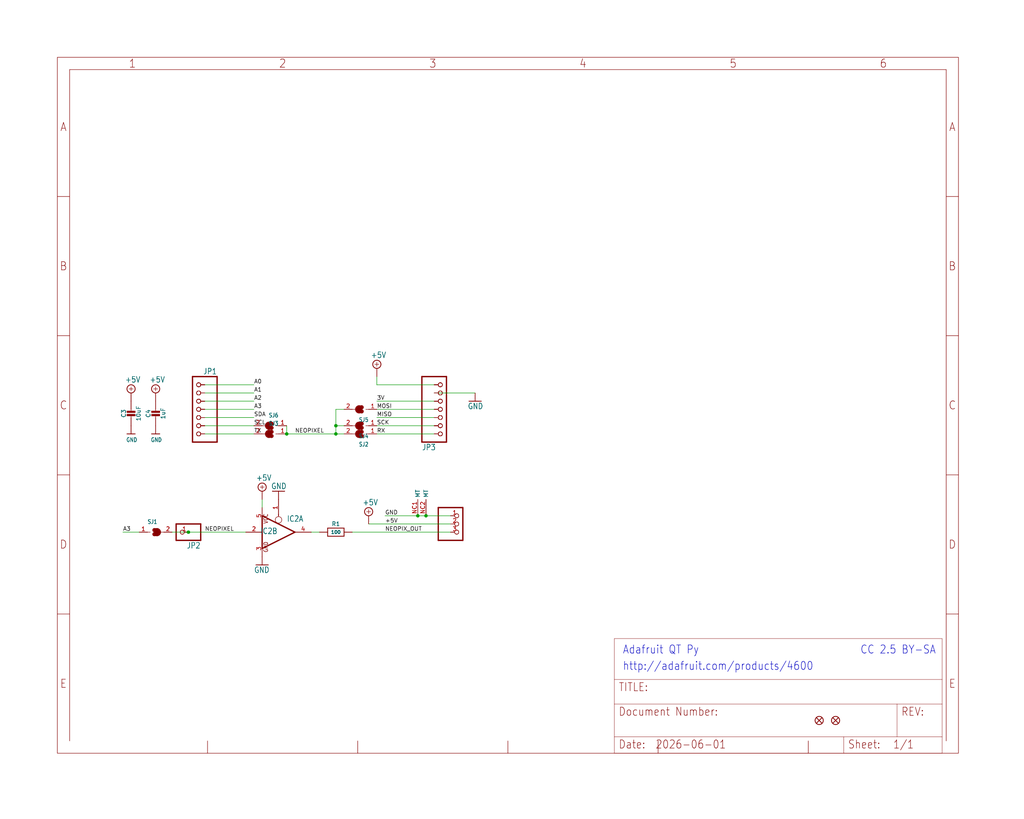
<source format=kicad_sch>
(kicad_sch (version 20230121) (generator eeschema)
  (paper "User" 317.5 254.127)
  (lib_symbols
    (symbol "working-eagle-import:+5V" (power)
      (property "Value" "+5V" (at -1.905 3.175 0))
      (symbol "+5V_1_0"
        (polyline (pts (xy -0.635 1.27) (xy 0.635 1.27)) (stroke (width 0.1524)))
        (polyline (pts (xy 0 0.635) (xy 0 1.905)) (stroke (width 0.1524)))
        (circle (center 0 1.27) (radius 1.27) (stroke (width 0.254)))
        (pin power_in line (at 0 -2.54 90) (length 2.54) (name "+5V") (number "1"))
      )
    )
    (symbol "working-eagle-import:741G125DBV"
      (property "Reference" "IC" (at -0.635 -0.635 0))
      (symbol "741G125DBV_1_0"
        (polyline (pts (xy -5.08 -5.08) (xy -5.08 5.08)) (stroke (width 0.4064)))
        (polyline (pts (xy 0 4.826) (xy 0 5.588)) (stroke (width 0.1524)))
        (polyline (pts (xy 5.08 0) (xy -5.08 -5.08)) (stroke (width 0.4064)))
        (polyline (pts (xy 5.08 0) (xy -5.08 5.08)) (stroke (width 0.4064)))
        (circle (center 0 3.81) (radius 1.016) (stroke (width 0.1524)))
        (pin input line (at 0 10.16 270) (length 5.08) (name "OE") (number "1"))
        (pin input line (at -10.16 0 0) (length 5.08) (name "I") (number "2"))
        (pin tri_state line (at 10.16 0 180) (length 5.08) (name "O") (number "4"))
      )
      (symbol "741G125DBV_2_0"
        (text "GND" (at 1.905 -6.35 900) (effects (font (size 1.27 1.0795)) (justify left bottom)))
        (text "VCC" (at 1.905 2.54 900) (effects (font (size 1.27 1.0795)) (justify left bottom)))
        (pin power_in line (at 0 -7.62 90) (length 5.08) (name "GND") (number "3"))
        (pin power_in line (at 0 7.62 270) (length 5.08) (name "VCC") (number "5"))
      )
    )
    (symbol "working-eagle-import:CAP_CERAMIC0603_NO"
      (property "Reference" "C" (at -2.29 1.25 90))
      (symbol "CAP_CERAMIC0603_NO_1_0"
        (rectangle (start -1.27 0.508) (end 1.27 1.016) (fill (type outline)))
        (rectangle (start -1.27 1.524) (end 1.27 2.032) (fill (type outline)))
        (polyline (pts (xy 0 0.762) (xy 0 0)) (stroke (width 0.1524)))
        (polyline (pts (xy 0 2.54) (xy 0 1.778)) (stroke (width 0.1524)))
        (pin passive line (at 0 5.08 270) (length 2.54) (name "1") (number "1"))
        (pin passive line (at 0 -2.54 90) (length 2.54) (name "2") (number "2"))
      )
    )
    (symbol "working-eagle-import:CAP_CERAMIC0805-NOOUTLINE"
      (property "Reference" "C" (at -2.29 1.25 90))
      (symbol "CAP_CERAMIC0805-NOOUTLINE_1_0"
        (rectangle (start -1.27 0.508) (end 1.27 1.016) (fill (type outline)))
        (rectangle (start -1.27 1.524) (end 1.27 2.032) (fill (type outline)))
        (polyline (pts (xy 0 0.762) (xy 0 0)) (stroke (width 0.1524)))
        (polyline (pts (xy 0 2.54) (xy 0 1.778)) (stroke (width 0.1524)))
        (pin passive line (at 0 5.08 270) (length 2.54) (name "1") (number "1"))
        (pin passive line (at 0 -2.54 90) (length 2.54) (name "2") (number "2"))
      )
    )
    (symbol "working-eagle-import:CON_JST_PH_3PIN"
      (symbol "CON_JST_PH_3PIN_1_0"
        (polyline (pts (xy -6.35 -5.08) (xy 1.27 -5.08)) (stroke (width 0.4064)))
        (polyline (pts (xy -6.35 5.08) (xy -6.35 -5.08)) (stroke (width 0.4064)))
        (polyline (pts (xy 1.27 -5.08) (xy 1.27 5.08)) (stroke (width 0.4064)))
        (polyline (pts (xy 1.27 5.08) (xy -6.35 5.08)) (stroke (width 0.4064)))
        (pin passive inverted (at -2.54 2.54 0) (length 2.54) (name "1") (number "1"))
        (pin passive inverted (at -2.54 0 0) (length 2.54) (name "2") (number "2"))
        (pin passive inverted (at -2.54 -2.54 0) (length 2.54) (name "3") (number "3"))
      )
      (symbol "CON_JST_PH_3PIN_2_0"
        (pin bidirectional line (at 0 0 0) (length 5.08) (name "MT") (number "NC1"))
      )
      (symbol "CON_JST_PH_3PIN_3_0"
        (pin bidirectional line (at 0 0 0) (length 5.08) (name "MT") (number "NC2"))
      )
    )
    (symbol "working-eagle-import:FIDUCIAL_1MM"
      (symbol "FIDUCIAL_1MM_1_0"
        (polyline (pts (xy -0.762 0.762) (xy 0.762 -0.762)) (stroke (width 0.254)))
        (polyline (pts (xy 0.762 0.762) (xy -0.762 -0.762)) (stroke (width 0.254)))
        (circle (center 0 0) (radius 1.27) (stroke (width 0.254)))
      )
    )
    (symbol "working-eagle-import:FRAME_A_L"
      (symbol "FRAME_A_L_1_0"
        (polyline (pts (xy 0 43.18) (xy 3.81 43.18)))
        (polyline (pts (xy 0 86.36) (xy 3.81 86.36)))
        (polyline (pts (xy 0 129.54) (xy 3.81 129.54)))
        (polyline (pts (xy 0 172.72) (xy 3.81 172.72)))
        (polyline (pts (xy 3.81 3.81) (xy 3.81 212.09)))
        (polyline (pts (xy 46.5667 0) (xy 46.5667 3.81)))
        (polyline (pts (xy 93.1333 0) (xy 93.1333 3.81)))
        (polyline (pts (xy 139.7 0) (xy 139.7 3.81)))
        (polyline (pts (xy 186.2667 0) (xy 186.2667 3.81)))
        (polyline (pts (xy 232.8333 0) (xy 232.8333 3.81)))
        (polyline (pts (xy 275.59 3.81) (xy 275.59 212.09)))
        (polyline (pts (xy 275.59 43.18) (xy 279.4 43.18)))
        (polyline (pts (xy 275.59 86.36) (xy 279.4 86.36)))
        (polyline (pts (xy 275.59 129.54) (xy 279.4 129.54)))
        (polyline (pts (xy 275.59 172.72) (xy 279.4 172.72)))
        (polyline (pts (xy 275.59 212.09) (xy 3.81 212.09)))
        (polyline (pts (xy 0 0) (xy 279.4 0) (xy 279.4 215.9) (xy 0 215.9) (xy 0 0)))
        (text "1" (at 23.2833 213.995 0) (effects (font (size 2.54 2.286))))
        (text "2" (at 69.85 213.995 0) (effects (font (size 2.54 2.286))))
        (text "3" (at 116.4167 213.995 0) (effects (font (size 2.54 2.286))))
        (text "4" (at 162.9833 213.995 0) (effects (font (size 2.54 2.286))))
        (text "5" (at 209.55 213.995 0) (effects (font (size 2.54 2.286))))
        (text "6" (at 256.1167 213.995 0) (effects (font (size 2.54 2.286))))
        (text "A" (at 1.905 194.31 0) (effects (font (size 2.54 2.286))))
        (text "A" (at 277.495 194.31 0) (effects (font (size 2.54 2.286))))
        (text "B" (at 1.905 151.13 0) (effects (font (size 2.54 2.286))))
        (text "B" (at 277.495 151.13 0) (effects (font (size 2.54 2.286))))
        (text "C" (at 1.905 107.95 0) (effects (font (size 2.54 2.286))))
        (text "C" (at 277.495 107.95 0) (effects (font (size 2.54 2.286))))
        (text "D" (at 1.905 64.77 0) (effects (font (size 2.54 2.286))))
        (text "D" (at 277.495 64.77 0) (effects (font (size 2.54 2.286))))
        (text "E" (at 1.905 21.59 0) (effects (font (size 2.54 2.286))))
        (text "E" (at 277.495 21.59 0) (effects (font (size 2.54 2.286))))
      )
      (symbol "FRAME_A_L_2_0"
        (polyline (pts (xy 0 0) (xy 0 5.08)) (stroke (width 0.1016)))
        (polyline (pts (xy 0 0) (xy 71.12 0)) (stroke (width 0.1016)))
        (polyline (pts (xy 0 5.08) (xy 0 15.24)) (stroke (width 0.1016)))
        (polyline (pts (xy 0 5.08) (xy 71.12 5.08)) (stroke (width 0.1016)))
        (polyline (pts (xy 0 15.24) (xy 0 22.86)) (stroke (width 0.1016)))
        (polyline (pts (xy 0 22.86) (xy 0 35.56)) (stroke (width 0.1016)))
        (polyline (pts (xy 0 22.86) (xy 101.6 22.86)) (stroke (width 0.1016)))
        (polyline (pts (xy 71.12 0) (xy 101.6 0)) (stroke (width 0.1016)))
        (polyline (pts (xy 71.12 5.08) (xy 71.12 0)) (stroke (width 0.1016)))
        (polyline (pts (xy 71.12 5.08) (xy 87.63 5.08)) (stroke (width 0.1016)))
        (polyline (pts (xy 87.63 5.08) (xy 101.6 5.08)) (stroke (width 0.1016)))
        (polyline (pts (xy 87.63 15.24) (xy 0 15.24)) (stroke (width 0.1016)))
        (polyline (pts (xy 87.63 15.24) (xy 87.63 5.08)) (stroke (width 0.1016)))
        (polyline (pts (xy 101.6 5.08) (xy 101.6 0)) (stroke (width 0.1016)))
        (polyline (pts (xy 101.6 15.24) (xy 87.63 15.24)) (stroke (width 0.1016)))
        (polyline (pts (xy 101.6 15.24) (xy 101.6 5.08)) (stroke (width 0.1016)))
        (polyline (pts (xy 101.6 22.86) (xy 101.6 15.24)) (stroke (width 0.1016)))
        (polyline (pts (xy 101.6 35.56) (xy 0 35.56)) (stroke (width 0.1016)))
        (polyline (pts (xy 101.6 35.56) (xy 101.6 22.86)) (stroke (width 0.1016)))
        (text "${#}/${##}" (at 86.36 1.27 0) (effects (font (size 2.54 2.159)) (justify left bottom)))
        (text "${CURRENT_DATE}" (at 12.7 1.27 0) (effects (font (size 2.54 2.159)) (justify left bottom)))
        (text "${PROJECTNAME}" (at 17.78 19.05 0) (effects (font (size 2.54 2.159)) (justify left bottom)))
        (text "Date:" (at 1.27 1.27 0) (effects (font (size 2.54 2.159)) (justify left bottom)))
        (text "Document Number:" (at 1.27 11.43 0) (effects (font (size 2.54 2.159)) (justify left bottom)))
        (text "REV:" (at 88.9 11.43 0) (effects (font (size 2.54 2.159)) (justify left bottom)))
        (text "Sheet:" (at 72.39 1.27 0) (effects (font (size 2.54 2.159)) (justify left bottom)))
        (text "TITLE:" (at 1.27 19.05 0) (effects (font (size 2.54 2.159)) (justify left bottom)))
      )
    )
    (symbol "working-eagle-import:HEADER-1X1ROUND_76MIL"
      (property "Reference" "JP" (at -6.35 3.175 0))
      (symbol "HEADER-1X1ROUND_76MIL_1_0"
        (polyline (pts (xy -6.35 -2.54) (xy 1.27 -2.54)) (stroke (width 0.4064)))
        (polyline (pts (xy -6.35 2.54) (xy -6.35 -2.54)) (stroke (width 0.4064)))
        (polyline (pts (xy 1.27 -2.54) (xy 1.27 2.54)) (stroke (width 0.4064)))
        (polyline (pts (xy 1.27 2.54) (xy -6.35 2.54)) (stroke (width 0.4064)))
        (pin passive inverted (at -2.54 0 0) (length 2.54) (name "1") (number "1"))
      )
    )
    (symbol "working-eagle-import:HEADER-1X7_CASTEL"
      (property "Reference" "JP" (at -6.35 10.795 0))
      (symbol "HEADER-1X7_CASTEL_1_0"
        (polyline (pts (xy -6.35 -10.16) (xy 1.27 -10.16)) (stroke (width 0.4064)))
        (polyline (pts (xy -6.35 10.16) (xy -6.35 -10.16)) (stroke (width 0.4064)))
        (polyline (pts (xy 1.27 -10.16) (xy 1.27 10.16)) (stroke (width 0.4064)))
        (polyline (pts (xy 1.27 10.16) (xy -6.35 10.16)) (stroke (width 0.4064)))
        (pin passive inverted (at -2.54 7.62 0) (length 2.54) (name "1") (number "1"))
        (pin passive inverted (at -2.54 7.62 0) (length 2.54) (name "1") (number "1C"))
        (pin passive inverted (at -2.54 5.08 0) (length 2.54) (name "2") (number "2"))
        (pin passive inverted (at -2.54 5.08 0) (length 2.54) (name "2") (number "2C"))
        (pin passive inverted (at -2.54 2.54 0) (length 2.54) (name "3") (number "3"))
        (pin passive inverted (at -2.54 2.54 0) (length 2.54) (name "3") (number "3C"))
        (pin passive inverted (at -2.54 0 0) (length 2.54) (name "4") (number "4"))
        (pin passive inverted (at -2.54 0 0) (length 2.54) (name "4") (number "4C"))
        (pin passive inverted (at -2.54 -2.54 0) (length 2.54) (name "5") (number "5"))
        (pin passive inverted (at -2.54 -2.54 0) (length 2.54) (name "5") (number "5C"))
        (pin passive inverted (at -2.54 -5.08 0) (length 2.54) (name "6") (number "6"))
        (pin passive inverted (at -2.54 -5.08 0) (length 2.54) (name "6") (number "6C"))
        (pin passive inverted (at -2.54 -7.62 0) (length 2.54) (name "7") (number "7"))
        (pin passive inverted (at -2.54 -7.62 0) (length 2.54) (name "7") (number "7C"))
      )
    )
    (symbol "working-eagle-import:RESISTOR_0603_NOOUT"
      (property "Reference" "R" (at 0 2.54 0))
      (symbol "RESISTOR_0603_NOOUT_1_0"
        (polyline (pts (xy -2.54 -1.27) (xy -2.54 1.27)) (stroke (width 0.254)))
        (polyline (pts (xy -2.54 1.27) (xy 2.54 1.27)) (stroke (width 0.254)))
        (polyline (pts (xy 2.54 -1.27) (xy -2.54 -1.27)) (stroke (width 0.254)))
        (polyline (pts (xy 2.54 1.27) (xy 2.54 -1.27)) (stroke (width 0.254)))
        (pin passive line (at -5.08 0 0) (length 2.54) (name "1") (number "1"))
        (pin passive line (at 5.08 0 180) (length 2.54) (name "2") (number "2"))
      )
    )
    (symbol "working-eagle-import:SOLDERJUMPER"
      (property "Reference" "SJ" (at -2.54 2.54 0))
      (symbol "SOLDERJUMPER_1_0"
        (arc (start -0.381 -0.635) (mid 0.2541 -0.0001) (end -0.3808 0.635) (stroke (width 1.27)))
        (polyline (pts (xy -2.54 0) (xy -1.651 0)) (stroke (width 0.1524)))
        (polyline (pts (xy 2.54 0) (xy 1.651 0)) (stroke (width 0.1524)))
        (arc (start 0.3808 -0.635) (mid 1.0132 -0.0001) (end 0.381 0.635) (stroke (width 1.27)))
        (pin passive line (at -5.08 0 0) (length 2.54) (name "1") (number "1"))
        (pin passive line (at 5.08 0 180) (length 2.54) (name "2") (number "2"))
      )
    )
    (symbol "working-eagle-import:SOLDERJUMPERCLOSED"
      (property "Reference" "SJ" (at -2.54 2.54 0))
      (symbol "SOLDERJUMPERCLOSED_1_0"
        (arc (start -0.381 -0.635) (mid 0.2541 -0.0001) (end -0.3808 0.635) (stroke (width 1.27)))
        (polyline (pts (xy -2.54 0) (xy -1.651 0)) (stroke (width 0.1524)))
        (polyline (pts (xy 2.54 0) (xy 1.651 0)) (stroke (width 0.1524)))
        (arc (start 0.3808 -0.635) (mid 1.0132 -0.0001) (end 0.381 0.635) (stroke (width 1.27)))
        (pin passive line (at -5.08 0 0) (length 2.54) (name "1") (number "1"))
        (pin passive line (at 5.08 0 180) (length 2.54) (name "2") (number "2"))
      )
    )
    (symbol "working-eagle-import:microbuilder_GND" (power)
      (property "Value" "microbuilder_GND" (at -1.524 -2.54 0))
      (symbol "microbuilder_GND_1_0"
        (polyline (pts (xy -1.27 0) (xy 1.27 0)) (stroke (width 0.254)))
        (pin power_in line (at 0 2.54 270) (length 2.54) (name "GND") (number "1"))
      )
    )
    (symbol "working-eagle-import:supply1_GND" (power)
      (property "Value" "supply1_GND" (at -2.54 -2.54 0))
      (symbol "supply1_GND_1_0"
        (polyline (pts (xy -1.905 0) (xy 1.905 0)) (stroke (width 0.254)))
        (pin power_in line (at 0 2.54 270) (length 2.54) (name "GND") (number "1"))
      )
    )
  )
  (junction (at 129.54 160.02))
  (junction (at 88.9 134.62))
  (junction (at 104.14 132.08))
  (junction (at 58.42 165.1))
  (junction (at 132.08 160.02))
  (junction (at 104.14 134.62))
  (wire (pts (xy 116.84 119.38) (xy 116.84 116.84)) (stroke (width 0.1524)))
  (wire (pts (xy 106.68 132.08) (xy 104.14 132.08)) (stroke (width 0.1524)))
  (wire (pts (xy 43.18 165.1) (xy 38.1 165.1)) (stroke (width 0.1524)))
  (wire (pts (xy 129.54 160.02) (xy 119.38 160.02)) (stroke (width 0.1524)))
  (wire (pts (xy 132.08 160.02) (xy 129.54 160.02)) (stroke (width 0.1524)))
  (wire (pts (xy 134.62 121.92) (xy 147.32 121.92)) (stroke (width 0.1524)))
  (wire (pts (xy 116.84 132.08) (xy 134.62 132.08)) (stroke (width 0.1524)))
  (wire (pts (xy 78.74 124.46) (xy 63.5 124.46)) (stroke (width 0.1524)))
  (wire (pts (xy 53.34 165.1) (xy 58.42 165.1)) (stroke (width 0.1524)))
  (wire (pts (xy 88.9 134.62) (xy 104.14 134.62)) (stroke (width 0.1524)))
  (wire (pts (xy 63.5 121.92) (xy 78.74 121.92)) (stroke (width 0.1524)))
  (wire (pts (xy 104.14 127) (xy 106.68 127)) (stroke (width 0.1524)))
  (wire (pts (xy 139.7 160.02) (xy 132.08 160.02)) (stroke (width 0.1524)))
  (wire (pts (xy 78.74 129.54) (xy 63.5 129.54)) (stroke (width 0.1524)))
  (wire (pts (xy 96.52 165.1) (xy 99.06 165.1)) (stroke (width 0.1524)))
  (wire (pts (xy 58.42 165.1) (xy 76.2 165.1)) (stroke (width 0.1524)))
  (wire (pts (xy 114.3 162.56) (xy 139.7 162.56)) (stroke (width 0.1524)))
  (wire (pts (xy 134.62 119.38) (xy 116.84 119.38)) (stroke (width 0.1524)))
  (wire (pts (xy 134.62 124.46) (xy 116.84 124.46)) (stroke (width 0.1524)))
  (wire (pts (xy 104.14 132.08) (xy 104.14 134.62)) (stroke (width 0.1524)))
  (wire (pts (xy 116.84 127) (xy 134.62 127)) (stroke (width 0.1524)))
  (wire (pts (xy 134.62 134.62) (xy 116.84 134.62)) (stroke (width 0.1524)))
  (wire (pts (xy 63.5 127) (xy 78.74 127)) (stroke (width 0.1524)))
  (wire (pts (xy 104.14 134.62) (xy 106.68 134.62)) (stroke (width 0.1524)))
  (wire (pts (xy 81.28 157.48) (xy 81.28 154.94)) (stroke (width 0.1524)))
  (wire (pts (xy 139.7 165.1) (xy 109.22 165.1)) (stroke (width 0.1524)))
  (wire (pts (xy 88.9 132.08) (xy 88.9 134.62)) (stroke (width 0.1524)))
  (wire (pts (xy 104.14 132.08) (xy 104.14 127)) (stroke (width 0.1524)))
  (wire (pts (xy 78.74 134.62) (xy 63.5 134.62)) (stroke (width 0.1524)))
  (wire (pts (xy 134.62 129.54) (xy 116.84 129.54)) (stroke (width 0.1524)))
  (wire (pts (xy 63.5 132.08) (xy 78.74 132.08)) (stroke (width 0.1524)))
  (wire (pts (xy 63.5 119.38) (xy 78.74 119.38)) (stroke (width 0.1524)))
  (text "Adafruit QT Py" (at 193.04 203.2 0) (effects (font (size 2.54 2.159)) (justify left bottom)))
  (text "CC 2.5 BY-SA" (at 266.7 203.2 0) (effects (font (size 2.54 2.159)) (justify left bottom)))
  (text "http://adafruit.com/products/4600" (at 193.04 208.28 0) (effects (font (size 2.54 2.159)) (justify left bottom)))
  (label "MISO" (at 116.84 129.54 0) (effects (font (size 1.2446 1.2446))))
  (label "NEOPIXEL" (at 91.44 134.62 0) (effects (font (size 1.2446 1.2446))))
  (label "+5V" (at 119.38 162.56 0) (effects (font (size 1.2446 1.2446))))
  (label "NEOPIX_OUT" (at 119.38 165.1 0) (effects (font (size 1.2446 1.2446))))
  (label "A0" (at 78.74 119.38 0) (effects (font (size 1.2446 1.2446))))
  (label "GND" (at 119.38 160.02 0) (effects (font (size 1.2446 1.2446))))
  (label "SCL" (at 78.74 132.08 0) (effects (font (size 1.2446 1.2446))))
  (label "NEOPIXEL" (at 63.5 165.1 0) (effects (font (size 1.2446 1.2446))))
  (label "SDA" (at 78.74 129.54 0) (effects (font (size 1.2446 1.2446))))
  (label "A2" (at 78.74 124.46 0) (effects (font (size 1.2446 1.2446))))
  (label "RX" (at 116.84 134.62 0) (effects (font (size 1.2446 1.2446))))
  (label "A3" (at 78.74 127 0) (effects (font (size 1.2446 1.2446))))
  (label "A1" (at 78.74 121.92 0) (effects (font (size 1.2446 1.2446))))
  (label "SCK" (at 116.84 132.08 0) (effects (font (size 1.2446 1.2446))))
  (label "A3" (at 38.1 165.1 0) (effects (font (size 1.2446 1.2446))))
  (label "3V" (at 116.84 124.46 0) (effects (font (size 1.2446 1.2446))))
  (label "TX" (at 78.74 134.62 0) (effects (font (size 1.2446 1.2446))))
  (label "MOSI" (at 116.84 127 0) (effects (font (size 1.2446 1.2446))))
  (symbol (lib_id "working-eagle-import:CAP_CERAMIC0805-NOOUTLINE") (at 40.64 129.54 0) (unit 1)
    (property "Reference" "C3" (at 38.35 128.29 90))
    (property "Value" "10uF" (at 42.94 128.29 90))
    (property "Footprint" "working:0805-NO" (effects hide))
  )
  (symbol (lib_id "working-eagle-import:HEADER-1X1ROUND_76MIL") (at 55.88 165.1 180) (unit 1)
    (property "Reference" "JP2" (at 62.23 168.275 0) (effects (font (size 1.778 1.5113)) (justify left bottom)))
    (property "Value" "HEADER-1X1ROUND_76MIL" (effects hide))
    (property "Footprint" "working:1X01_ROUND_76MIL" (effects hide))
  )
  (symbol (lib_id "working-eagle-import:+5V") (at 48.26 121.92 0) (unit 1)
    (property "Reference" "#SUPPLY5" (effects hide))
    (property "Value" "+5V" (at 46.355 118.745 0) (effects (font (size 1.778 1.5113)) (justify left bottom)))
  )
  (symbol (lib_id "working-eagle-import:+5V") (at 40.64 121.92 0) (unit 1)
    (property "Reference" "#SUPPLY4" (effects hide))
    (property "Value" "+5V" (at 38.735 118.745 0) (effects (font (size 1.778 1.5113)) (justify left bottom)))
  )
  (symbol (lib_id "working-eagle-import:FRAME_A_L") (at 17.78 233.68 0) (unit 1)
    (property "Reference" "#FRAME1" (effects hide))
    (property "Value" "FRAME_A_L" (effects hide))
  )
  (symbol (lib_id "working-eagle-import:+5V") (at 114.3 160.02 0) (unit 1)
    (property "Reference" "#SUPPLY1" (effects hide))
    (property "Value" "+5V" (at 112.395 156.845 0) (effects (font (size 1.778 1.5113)) (justify left bottom)))
  )
  (symbol (lib_id "working-eagle-import:FRAME_A_L") (at 190.5 233.68 0) (unit 2)
    (property "Reference" "#FRAME1" (effects hide))
    (property "Value" "FRAME_A_L" (effects hide))
  )
  (symbol (lib_id "working-eagle-import:supply1_GND") (at 86.36 152.4 180) (unit 1)
    (property "Reference" "#GND5" (effects hide))
    (property "Value" "GND" (at 88.9 149.86 0) (effects (font (size 1.778 1.5113)) (justify left bottom)))
  )
  (symbol (lib_id "working-eagle-import:SOLDERJUMPER") (at 111.76 134.62 180) (unit 1)
    (property "Reference" "SJ2" (at 114.3 137.16 0) (effects (font (size 1.27 1.0795)) (justify left bottom)))
    (property "Value" "SOLDERJUMPER" (effects hide))
    (property "Footprint" "working:SOLDERJUMPER_ARROW_NOPASTE" (effects hide))
  )
  (symbol (lib_id "working-eagle-import:741G125DBV") (at 86.36 165.1 0) (unit 1)
    (property "Reference" "IC2" (at 88.9 161.925 0) (effects (font (size 1.778 1.5113)) (justify left bottom)))
    (property "Value" "741G125DBV" (effects hide))
    (property "Footprint" "working:SOT23-5" (effects hide))
  )
  (symbol (lib_id "working-eagle-import:CON_JST_PH_3PIN") (at 129.54 160.02 90) (unit 2)
    (property "Reference" "NEO0" (effects hide))
    (property "Value" "JST PH 3" (effects hide))
    (property "Footprint" "working:JSTPH3" (effects hide))
  )
  (symbol (lib_id "working-eagle-import:RESISTOR_0603_NOOUT") (at 104.14 165.1 0) (unit 1)
    (property "Reference" "R1" (at 104.14 162.56 0))
    (property "Value" "100" (at 104.14 165.1 0) (effects (font (size 1.016 1.016) bold)))
    (property "Footprint" "working:0603-NO" (effects hide))
  )
  (symbol (lib_id "working-eagle-import:HEADER-1X7_CASTEL") (at 60.96 127 0) (mirror y) (unit 1)
    (property "Reference" "JP1" (at 67.31 116.205 0) (effects (font (size 1.778 1.5113)) (justify left bottom)))
    (property "Value" "HEADER-1X7_CASTEL" (effects hide))
    (property "Footprint" "working:1X07_CASTEL" (effects hide))
  )
  (symbol (lib_id "working-eagle-import:+5V") (at 116.84 114.3 0) (unit 1)
    (property "Reference" "#SUPPLY3" (effects hide))
    (property "Value" "+5V" (at 114.935 111.125 0) (effects (font (size 1.778 1.5113)) (justify left bottom)))
  )
  (symbol (lib_id "working-eagle-import:microbuilder_GND") (at 40.64 134.62 0) (unit 1)
    (property "Reference" "#U$11" (effects hide))
    (property "Value" "GND" (at 39.116 137.16 0) (effects (font (size 1.27 1.0795)) (justify left bottom)))
  )
  (symbol (lib_id "working-eagle-import:FIDUCIAL_1MM") (at 259.08 223.52 0) (unit 1)
    (property "Reference" "U$6" (effects hide))
    (property "Value" "FIDUCIAL_1MM" (effects hide))
    (property "Footprint" "working:FIDUCIAL_1MM" (effects hide))
  )
  (symbol (lib_id "working-eagle-import:741G125DBV") (at 81.28 165.1 0) (unit 2)
    (property "Reference" "IC2" (at 80.645 165.735 0) (effects (font (size 1.778 1.5113)) (justify left bottom)))
    (property "Value" "741G125DBV" (effects hide))
    (property "Footprint" "working:SOT23-5" (effects hide))
  )
  (symbol (lib_id "working-eagle-import:CAP_CERAMIC0603_NO") (at 48.26 129.54 0) (unit 1)
    (property "Reference" "C4" (at 45.97 128.29 90))
    (property "Value" "1uF" (at 50.56 128.29 90))
    (property "Footprint" "working:0603-NO" (effects hide))
  )
  (symbol (lib_id "working-eagle-import:CON_JST_PH_3PIN") (at 132.08 160.02 90) (unit 3)
    (property "Reference" "NEO0" (effects hide))
    (property "Value" "JST PH 3" (effects hide))
    (property "Footprint" "working:JSTPH3" (effects hide))
  )
  (symbol (lib_id "working-eagle-import:microbuilder_GND") (at 48.26 134.62 0) (unit 1)
    (property "Reference" "#U$12" (effects hide))
    (property "Value" "GND" (at 46.736 137.16 0) (effects (font (size 1.27 1.0795)) (justify left bottom)))
  )
  (symbol (lib_id "working-eagle-import:HEADER-1X7_CASTEL") (at 137.16 127 0) (mirror x) (unit 1)
    (property "Reference" "JP3" (at 130.81 137.795 0) (effects (font (size 1.778 1.5113)) (justify left bottom)))
    (property "Value" "HEADER-1X7_CASTEL" (effects hide))
    (property "Footprint" "working:1X07_CASTEL" (effects hide))
  )
  (symbol (lib_id "working-eagle-import:SOLDERJUMPER") (at 111.76 132.08 180) (unit 1)
    (property "Reference" "SJ4" (at 114.3 134.62 0) (effects (font (size 1.27 1.0795)) (justify left bottom)))
    (property "Value" "SOLDERJUMPER" (effects hide))
    (property "Footprint" "working:SOLDERJUMPER_ARROW_NOPASTE" (effects hide))
  )
  (symbol (lib_id "working-eagle-import:+5V") (at 81.28 152.4 0) (unit 1)
    (property "Reference" "#SUPPLY2" (effects hide))
    (property "Value" "+5V" (at 79.375 149.225 0) (effects (font (size 1.778 1.5113)) (justify left bottom)))
  )
  (symbol (lib_id "working-eagle-import:CON_JST_PH_3PIN") (at 142.24 162.56 0) (unit 1)
    (property "Reference" "NEO0" (effects hide))
    (property "Value" "JST PH 3" (effects hide))
    (property "Footprint" "working:JSTPH3" (effects hide))
  )
  (symbol (lib_id "working-eagle-import:SOLDERJUMPER") (at 83.82 134.62 0) (mirror y) (unit 1)
    (property "Reference" "SJ3" (at 86.36 132.08 0) (effects (font (size 1.27 1.0795)) (justify left bottom)))
    (property "Value" "SOLDERJUMPER" (effects hide))
    (property "Footprint" "working:SOLDERJUMPER_ARROW_NOPASTE" (effects hide))
  )
  (symbol (lib_id "working-eagle-import:supply1_GND") (at 147.32 124.46 0) (mirror y) (unit 1)
    (property "Reference" "#GND2" (effects hide))
    (property "Value" "GND" (at 149.86 127 0) (effects (font (size 1.778 1.5113)) (justify left bottom)))
  )
  (symbol (lib_id "working-eagle-import:SOLDERJUMPER") (at 111.76 127 180) (unit 1)
    (property "Reference" "SJ5" (at 114.3 129.54 0) (effects (font (size 1.27 1.0795)) (justify left bottom)))
    (property "Value" "SOLDERJUMPER" (effects hide))
    (property "Footprint" "working:SOLDERJUMPER_ARROW_NOPASTE" (effects hide))
  )
  (symbol (lib_id "working-eagle-import:SOLDERJUMPERCLOSED") (at 48.26 165.1 0) (unit 1)
    (property "Reference" "SJ1" (at 45.72 162.56 0) (effects (font (size 1.27 1.0795)) (justify left bottom)))
    (property "Value" "SOLDERJUMPERCLOSED" (effects hide))
    (property "Footprint" "working:SOLDERJUMPER_CLOSEDWIRE" (effects hide))
  )
  (symbol (lib_id "working-eagle-import:FIDUCIAL_1MM") (at 254 223.52 0) (unit 1)
    (property "Reference" "U$8" (effects hide))
    (property "Value" "FIDUCIAL_1MM" (effects hide))
    (property "Footprint" "working:FIDUCIAL_1MM" (effects hide))
  )
  (symbol (lib_id "working-eagle-import:supply1_GND") (at 81.28 175.26 0) (unit 1)
    (property "Reference" "#GND4" (effects hide))
    (property "Value" "GND" (at 78.74 177.8 0) (effects (font (size 1.778 1.5113)) (justify left bottom)))
  )
  (symbol (lib_id "working-eagle-import:SOLDERJUMPER") (at 83.82 132.08 0) (mirror y) (unit 1)
    (property "Reference" "SJ6" (at 86.36 129.54 0) (effects (font (size 1.27 1.0795)) (justify left bottom)))
    (property "Value" "SOLDERJUMPER" (effects hide))
    (property "Footprint" "working:SOLDERJUMPER_ARROW_NOPASTE" (effects hide))
  )
)
</source>
